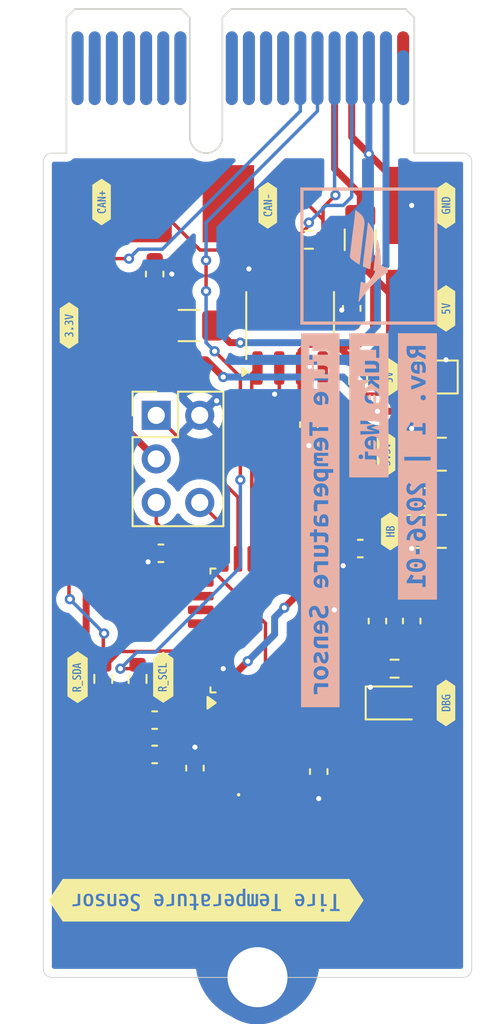
<source format=kicad_pcb>
(kicad_pcb (version 20241229) (generator "pcbnew") (generator_version "9.0")
  (layers (0 "F.Cu" signal) (2 "B.Cu" signal) (13 "F.Paste" user) (15 "B.Paste" user) (5 "F.SilkS" user "F.Silkscreen") (7 "B.SilkS" user "B.Silkscreen") (1 "F.Mask" user) (3 "B.Mask" user) (25 "Edge.Cuts" user))
  (net 0 "")
  (net 1 "GND")
  (net 2 "/Debug LED")
  (net 3 "+3.3V")
  (net 4 "/Heartbeat LED")
  (net 5 "/SWCLK")
  (net 9 "/CAN_TX")
  (net 11 "/SWDIO")
  (net 18 "/NRST")
  (net 19 "Net-(U1-PF0-OSC_IN)")
  (net 21 "/CAN_RX")
  (net 22 "Net-(U1-PF1-OSC_OUT)")
  (net 27 "/CAN_-")
  (net 28 "+5V")
  (net 29 "/CAN_+")
  (net 37 "Net-(D3-A)")
  (net 41 "/I2C1_SCL")
  (net 42 "/I2C1_SDA")
  (net 47 "Net-(D1-A)")
  (net 48 "Net-(D2-A)")
  (net 49 "Net-(J2-5V)")
  (net 50 "Net-(J2-3.3V)")
  (net 66 "Net-(D4-A)")
  (footprint "OEM:TP_Hook_SMD" (layer "F.Cu") (at 103.3 51.9 90)
    (property "Reference" "TP4" (hide yes))
    (property "Value" "TP_SMD")
    (pad "1" smd rect (at 0 0 90) (size 4.5 3) (layers "F.Cu" "F.Mask" "F.Paste") (net 27 "/CAN_-"))
  )
  (footprint "OEM:SOIC-8_3.9x4.9mm_P1.27mm" (layer "F.Cu") (at 106.905 59 90)
    (property "Reference" "U2" (hide yes))
    (property "Value" "MCP2561-E_SN")
    (pad "1" smd roundrect (at -2.475 -1.905 90) (size 1.95 0.6) (layers "F.Cu" "F.Mask" "F.Paste") (net 9 "/CAN_TX"))
    (pad "2" smd roundrect (at -2.475 -0.635 90) (size 1.95 0.6) (layers "F.Cu" "F.Mask" "F.Paste") (net 1 "GND"))
    (pad "3" smd roundrect (at -2.475 0.635 90) (size 1.95 0.6) (layers "F.Cu" "F.Mask" "F.Paste") (net 28 "+5V"))
    (pad "4" smd roundrect (at -2.475 1.905 90) (size 1.95 0.6) (layers "F.Cu" "F.Mask" "F.Paste") (net 21 "/CAN_RX"))
    (pad "5" smd roundrect (at 2.475 1.905 90) (size 1.95 0.6) (layers "F.Cu" "F.Mask" "F.Paste"))
    (pad "6" smd roundrect (at 2.475 0.635 90) (size 1.95 0.6) (layers "F.Cu" "F.Mask" "F.Paste") (net 27 "/CAN_-"))
    (pad "7" smd roundrect (at 2.475 -0.635 90) (size 1.95 0.6) (layers "F.Cu" "F.Mask" "F.Paste") (net 29 "/CAN_+"))
    (pad "8" smd roundrect (at 2.475 -1.905 90) (size 1.95 0.6) (layers "F.Cu" "F.Mask" "F.Paste") (net 1 "GND"))
  )
  (footprint "OEM:C_0603_1608Metric" (layer "F.Cu") (at 99.365 72.2755 180)
    (property "Reference" "C2" (hide yes))
    (property "Value" "C_0.1uF_16V")
    (pad "1" smd roundrect (at -0.775 0 180) (size 0.9 0.95) (layers "F.Cu" "F.Mask" "F.Paste") (net 18 "/NRST"))
    (pad "2" smd roundrect (at 0.775 0 180) (size 0.9 0.95) (layers "F.Cu" "F.Mask" "F.Paste") (net 1 "GND"))
  )
  (footprint "kibuzzard-697E5B74" (layer "F.Cu") (at 116 52 90)
    (property "Reference" "kibuzzard-697E5B74" (hide yes))
    (property "Value" "G***" (hide yes))
  )
  (footprint "OEM:J_PCIe_x1_Key" (layer "F.Cu") (at 113.5 44 180)
    (property "Reference" "J2" (hide yes))
    (property "Value" "J_PCIe_x1")
    (fp_line (start 19.65 2.95) (end 19.15 3.45) (stroke (width 0.1)) (layer "Edge.Cuts"))
    (fp_line (start 19.65 -4.95) (end 19.65 2.95) (stroke (width 0.1)) (layer "Edge.Cuts"))
    (fp_line (start 12.95 3.45) (end 19.15 3.45) (stroke (width 0.1)) (layer "Edge.Cuts"))
    (fp_line (start 12.45 2.95) (end 12.95 3.45) (stroke (width 0.1)) (layer "Edge.Cuts"))
    (fp_line (start 12.45 -4) (end 12.45 2.95) (stroke (width 0.1)) (layer "Edge.Cuts"))
    (fp_line (start 10.55 2.95) (end 10.05 3.45) (stroke (width 0.1)) (layer "Edge.Cuts"))
    (fp_line (start 10.55 -4) (end 10.55 2.95) (stroke (width 0.1)) (layer "Edge.Cuts"))
    (fp_line (start -0.15 3.45) (end 10.05 3.45) (stroke (width 0.1)) (layer "Edge.Cuts"))
    (fp_line (start -0.65 2.95) (end -0.15 3.45) (stroke (width 0.1)) (layer "Edge.Cuts"))
    (fp_line (start -0.65 -4.95) (end -0.65 2.95) (stroke (width 0.1)) (layer "Edge.Cuts"))
    (fp_arc (start 10.55 -4) (mid 11.5 -4.95) (end 12.45 -4) (stroke (width 0.1)) (layer "Edge.Cuts"))
    (pad "A1" connect oval (at 0 -0.55 180) (size 0.7 3.2) (layers "B.Cu" "B.Mask"))
    (pad "A2" connect oval (at 1 0 180) (size 0.7 4.3) (layers "B.Cu" "B.Mask") (net 50 "Net-(J2-3.3V)"))
    (pad "A3" connect oval (at 2 0 180) (size 0.7 4.3) (layers "B.Cu" "B.Mask") (net 1 "GND"))
    (pad "A4" connect oval (at 3 0 180) (size 0.7 4.3) (layers "B.Cu" "B.Mask") (net 29 "/CAN_+"))
    (pad "A5" connect oval (at 4 0 180) (size 0.7 4.3) (layers "B.Cu" "B.Mask") (net 27 "/CAN_-"))
    (pad "A6" connect oval (at 5 0 180) (size 0.7 4.3) (layers "B.Cu" "B.Mask") (net 41 "/I2C1_SCL"))
    (pad "A7" connect oval (at 6 0 180) (size 0.7 4.3) (layers "B.Cu" "B.Mask") (net 42 "/I2C1_SDA"))
    (pad "A8" connect oval (at 7 0 180) (size 0.7 4.3) (layers "B.Cu" "B.Mask"))
    (pad "A9" connect oval (at 8 0 180) (size 0.7 4.3) (layers "B.Cu" "B.Mask"))
    (pad "A10" connect oval (at 9 0 180) (size 0.7 4.3) (layers "B.Cu" "B.Mask"))
    (pad "A11" connect oval (at 10 0 180) (size 0.7 4.3) (layers "B.Cu" "B.Mask"))
    (pad "A12" connect oval (at 13 0 180) (size 0.7 4.3) (layers "B.Cu" "B.Mask"))
    (pad "A13" connect oval (at 14 0 180) (size 0.7 4.3) (layers "B.Cu" "B.Mask"))
    (pad "A14" connect oval (at 15 0 180) (size 0.7 4.3) (layers "B.Cu" "B.Mask"))
    (pad "A15" connect oval (at 16 0 180) (size 0.7 4.3) (layers "B.Cu" "B.Mask"))
    (pad "A16" connect oval (at 17 0 180) (size 0.7 4.3) (layers "B.Cu" "B.Mask"))
    (pad "A17" connect oval (at 18 0 180) (size 0.7 4.3) (layers "B.Cu" "B.Mask"))
    (pad "A18" connect oval (at 19 0 180) (size 0.7 4.3) (layers "B.Cu" "B.Mask"))
    (pad "B1" connect oval (at 0 0 180) (size 0.7 4.3) (layers "F.Cu" "F.Mask"))
    (pad "B2" connect oval (at 1 0 180) (size 0.7 4.3) (layers "F.Cu" "F.Mask"))
    (pad "B3" connect oval (at 2 0 180) (size 0.7 4.3) (layers "F.Cu" "F.Mask"))
    (pad "B4" connect oval (at 3 0 180) (size 0.7 4.3) (layers "F.Cu" "F.Mask") (net 1 "GND"))
    (pad "B5" connect oval (at 4 0 180) (size 0.7 4.3) (layers "F.Cu" "F.Mask") (net 49 "Net-(J2-5V)"))
    (pad "B6" connect oval (at 5 0 180) (size 0.7 4.3) (layers "F.Cu" "F.Mask"))
    (pad "B7" connect oval (at 6 0 180) (size 0.7 4.3) (layers "F.Cu" "F.Mask"))
    (pad "B8" connect oval (at 7 0 180) (size 0.7 4.3) (layers "F.Cu" "F.Mask"))
    (pad "B9" connect oval (at 8 0 180) (size 0.7 4.3) (layers "F.Cu" "F.Mask"))
    (pad "B10" connect oval (at 9 0 180) (size 0.7 4.3) (layers "F.Cu" "F.Mask"))
    (pad "B11" connect oval (at 10 0 180) (size 0.7 4.3) (layers "F.Cu" "F.Mask"))
    (pad "B12" connect oval (at 13 0 180) (size 0.7 4.3) (layers "F.Cu" "F.Mask"))
    (pad "B13" connect oval (at 14 0 180) (size 0.7 4.3) (layers "F.Cu" "F.Mask"))
    (pad "B14" connect oval (at 15 0 180) (size 0.7 4.3) (layers "F.Cu" "F.Mask"))
    (pad "B15" connect oval (at 16 0 180) (size 0.7 4.3) (layers "F.Cu" "F.Mask"))
    (pad "B16" connect oval (at 17 0 180) (size 0.7 4.3) (layers "F.Cu" "F.Mask"))
    (pad "B17" connect oval (at 18 -0.55 180) (size 0.7 3.2) (layers "F.Cu" "F.Mask"))
    (pad "B18" connect oval (at 19 0 180) (size 0.7 4.3) (layers "F.Cu" "F.Mask"))
  )
  (footprint "OEM:Fuse_1206_3216Metric" (layer "F.Cu") (at 111 54 90)
    (property "Reference" "F1" (hide yes))
    (property "Value" "F_500mA_8V")
    (pad "1" smd roundrect (at -1.4 0 90) (size 1.25 1.75) (layers "F.Cu" "F.Mask" "F.Paste") (roundrect_rratio 0.2) (net 28 "+5V"))
    (pad "2" smd roundrect (at 1.4 0 90) (size 1.25 1.75) (layers "F.Cu" "F.Mask" "F.Paste") (roundrect_rratio 0.2) (net 49 "Net-(J2-5V)"))
  )
  (footprint "OEM:J_Programming_Pin_Header_Keyed" (layer "F.Cu") (at 99.09 64.2355)
    (property "Reference" "J3" (hide yes))
    (property "Value" "J_Programming_Pin_Header")
    (pad "1" thru_hole rect (at 0 0) (size 1.7 1.7) (drill 1) (layers "*.Cu" "*.Mask") (net 11 "/SWDIO"))
    (pad "2" thru_hole circle (at 2.54 0) (size 1.7 1.7) (drill 1) (layers "*.Cu" "*.Mask") (net 1 "GND"))
    (pad "3" thru_hole circle (at 0 2.54) (size 1.7 1.7) (drill 1) (layers "*.Cu" "*.Mask") (net 3 "+3.3V"))
    (pad "4" thru_hole circle (at 0 5.08) (size 1.7 1.7) (drill 1) (layers "*.Cu" "*.Mask") (net 18 "/NRST"))
    (pad "5" thru_hole circle (at 2.54 5.08) (size 1.7 1.7) (drill 1) (layers "*.Cu" "*.Mask") (net 5 "/SWCLK"))
  )
  (footprint "OEM:TP_Hook_SMD" (layer "F.Cu") (at 96 59 90)
    (property "Reference" "TP1" (hide yes))
    (property "Value" "TP_SMD")
    (pad "1" smd rect (at 0 0 90) (size 4.5 3) (layers "F.Cu" "F.Mask" "F.Paste") (net 3 "+3.3V"))
  )
  (footprint "OEM:R_0603_1608Metric" (layer "F.Cu") (at 98 79.6005 90)
    (property "Reference" "R1" (hide yes))
    (property "Value" "R_2.2k_0.1W")
    (pad "1" smd roundrect (at -0.825 0 90) (size 0.8 0.95) (layers "F.Cu" "F.Mask" "F.Paste") (net 3 "+3.3V"))
    (pad "2" smd roundrect (at 0.825 0 90) (size 0.8 0.95) (layers "F.Cu" "F.Mask" "F.Paste") (net 41 "/I2C1_SCL"))
  )
  (footprint "kibuzzard-697E5C85" (layer "F.Cu") (at 112.75 71 90)
    (property "Reference" "kibuzzard-697E5C85" (hide yes))
    (property "Value" "G***" (hide yes))
  )
  (footprint "OEM:D_0805_2012Metric" (layer "F.Cu") (at 115 71)
    (property "Reference" "D2" (hide yes))
    (property "Value" "D_Blue_LED")
    (pad "1" smd roundrect (at -0.9375 0) (size 0.975 1.4) (layers "F.Cu" "F.Mask" "F.Paste") (net 1 "GND"))
    (pad "2" smd roundrect (at 0.9375 0) (size 0.975 1.4) (layers "F.Cu" "F.Mask" "F.Paste") (net 48 "Net-(D2-A)"))
  )
  (footprint "OEM:D_0805_2012Metric" (layer "F.Cu") (at 113 81)
    (property "Reference" "D1" (hide yes))
    (property "Value" "D_Blue_LED")
    (pad "1" smd roundrect (at -0.9375 0) (size 0.975 1.4) (layers "F.Cu" "F.Mask" "F.Paste") (net 1 "GND"))
    (pad "2" smd roundrect (at 0.9375 0) (size 0.975 1.4) (layers "F.Cu" "F.Mask" "F.Paste") (net 47 "Net-(D1-A)"))
  )
  (footprint "OEM:D_0805_2012Metric" (layer "F.Cu") (at 115 62 180)
    (property "Reference" "D4" (hide yes))
    (property "Value" "D_Blue_LED")
    (pad "1" smd roundrect (at -0.9375 0 180) (size 0.975 1.4) (layers "F.Cu" "F.Mask" "F.Paste") (net 1 "GND"))
    (pad "2" smd roundrect (at 0.9375 0 180) (size 0.975 1.4) (layers "F.Cu" "F.Mask" "F.Paste") (net 66 "Net-(D4-A)"))
  )
  (footprint "kibuzzard-698147C7" (layer "F.Cu") (at 112.644723 62 90)
    (property "Reference" "kibuzzard-698147C7" (hide yes))
    (property "Value" "G***" (hide yes))
  )
  (footprint "kibuzzard-697E5B13" (layer "F.Cu") (at 94.5 79.5 90)
    (property "Reference" "kibuzzard-697E5B13" (hide yes))
    (property "Value" "G***" (hide yes))
  )
  (footprint "OEM:Fuse_1206_3216Metric" (layer "F.Cu") (at 101 59)
    (property "Reference" "F3" (hide yes))
    (property "Value" "F_500mA_8V")
    (pad "1" smd roundrect (at -1.4 0) (size 1.25 1.75) (layers "F.Cu" "F.Mask" "F.Paste") (roundrect_rratio 0.2) (net 3 "+3.3V"))
    (pad "2" smd roundrect (at 1.4 0) (size 1.25 1.75) (layers "F.Cu" "F.Mask" "F.Paste") (roundrect_rratio 0.2) (net 50 "Net-(J2-3.3V)"))
  )
  (footprint "OEM:R_0603_1608Metric" (layer "F.Cu") (at 113 79)
    (property "Reference" "R5" (hide yes))
    (property "Value" "R_1k")
    (pad "1" smd roundrect (at -0.825 0) (size 0.8 0.95) (layers "F.Cu" "F.Mask" "F.Paste") (net 2 "/Debug LED"))
    (pad "2" smd roundrect (at 0.825 0) (size 0.8 0.95) (layers "F.Cu" "F.Mask" "F.Paste") (net 47 "Net-(D1-A)"))
  )
  (footprint "OEM:R_0603_1608Metric" (layer "F.Cu") (at 115 69)
    (property "Reference" "R4" (hide yes))
    (property "Value" "R_1k")
    (pad "1" smd roundrect (at -0.825 0) (size 0.8 0.95) (layers "F.Cu" "F.Mask" "F.Paste") (net 4 "/Heartbeat LED"))
    (pad "2" smd roundrect (at 0.825 0) (size 0.8 0.95) (layers "F.Cu" "F.Mask" "F.Paste") (net 48 "Net-(D2-A)"))
  )
  (footprint "OEM:C_0603_1608Metric" (layer "F.Cu") (at 112 76.225 -90)
    (property "Reference" "C10" (hide yes))
    (property "Value" "C_10nF_50V")
    (pad "1" smd roundrect (at -0.775 0 270) (size 0.9 0.95) (layers "F.Cu" "F.Mask" "F.Paste") (net 3 "+3.3V"))
    (pad "2" smd roundrect (at 0.775 0 270) (size 0.9 0.95) (layers "F.Cu" "F.Mask" "F.Paste") (net 1 "GND"))
  )
  (footprint "OEM:C_0603_1608Metric" (layer "F.Cu") (at 99 56 90)
    (property "Reference" "C8" (hide yes))
    (property "Value" "C_10uF_10V")
    (pad "1" smd roundrect (at -0.775 0 90) (size 0.9 0.95) (layers "F.Cu" "F.Mask" "F.Paste") (net 3 "+3.3V"))
    (pad "2" smd roundrect (at 0.775 0 90) (size 0.9 0.95) (layers "F.Cu" "F.Mask" "F.Paste") (net 1 "GND"))
  )
  (footprint "OEM:C_0603_1608Metric" (layer "F.Cu") (at 99 84 180)
    (property "Reference" "C1" (hide yes))
    (property "Value" "C_4.7uF_25V")
    (pad "1" smd roundrect (at -0.775 0 180) (size 0.9 0.95) (layers "F.Cu" "F.Mask" "F.Paste") (net 3 "+3.3V"))
    (pad "2" smd roundrect (at 0.775 0 180) (size 0.9 0.95) (layers "F.Cu" "F.Mask" "F.Paste") (net 1 "GND"))
  )
  (footprint "OEM:R_0603_1608Metric" (layer "F.Cu") (at 108 54)
    (property "Reference" "R3" (hide yes))
    (property "Value" "R_120")
    (pad "1" smd roundrect (at -0.825 0) (size 0.8 0.95) (layers "F.Cu" "F.Mask" "F.Paste") (net 29 "/CAN_+"))
    (pad "2" smd roundrect (at 0.825 0) (size 0.8 0.95) (layers "F.Cu" "F.Mask" "F.Paste") (net 27 "/CAN_-"))
  )
  (footprint "OEM:C_0603_1608Metric" (layer "F.Cu") (at 110.5 58 -90)
    (property "Reference" "C9" (hide yes))
    (property "Value" "C_10uF_10V")
    (pad "1" smd roundrect (at -0.775 0 270) (size 0.9 0.95) (layers "F.Cu" "F.Mask" "F.Paste") (net 28 "+5V"))
    (pad "2" smd roundrect (at 0.775 0 270) (size 0.9 0.95) (layers "F.Cu" "F.Mask" "F.Paste") (net 1 "GND"))
  )
  (footprint "kibuzzard-697E730B" (layer "F.Cu") (at 102 92.5 180)
    (property "Reference" "kibuzzard-697E730B" (hide yes))
    (property "Value" "G***" (hide yes))
  )
  (footprint "OEM:C_0603_1608Metric" (layer "F.Cu") (at 108.5745 85 -90)
    (property "Reference" "C3" (hide yes))
    (property "Value" "C_30pF_50V")
    (pad "1" smd roundrect (at -0.775 0 270) (size 0.9 0.95) (layers "F.Cu" "F.Mask" "F.Paste") (net 22 "Net-(U1-PF1-OSC_OUT)"))
    (pad "2" smd roundrect (at 0.775 0 270) (size 0.9 0.95) (layers "F.Cu" "F.Mask" "F.Paste") (net 1 "GND"))
  )
  (footprint "OEM:C_0603_1608Metric" (layer "F.Cu") (at 99 82 180)
    (property "Reference" "C5" (hide yes))
    (property "Value" "C_0.1uF_16V")
    (pad "1" smd roundrect (at -0.775 0 180) (size 0.9 0.95) (layers "F.Cu" "F.Mask" "F.Paste") (net 3 "+3.3V"))
    (pad "2" smd roundrect (at 0.775 0 180) (size 0.9 0.95) (layers "F.Cu" "F.Mask" "F.Paste") (net 1 "GND"))
  )
  (footprint "OEM:TP_Hook_SMD" (layer "F.Cu") (at 98.5 51.9 90)
    (property "Reference" "TP5" (hide yes))
    (property "Value" "TP_SMD")
    (pad "1" smd rect (at 0 0 90) (size 4.5 3) (layers "F.Cu" "F.Mask" "F.Paste") (net 29 "/CAN_+"))
  )
  (footprint "OEM:R_0603_1608Metric" (layer "F.Cu") (at 115.0625 64)
    (property "Reference" "R6" (hide yes))
    (property "Value" "R_1k")
    (pad "1" smd roundrect (at -0.825 0) (size 0.8 0.95) (layers "F.Cu" "F.Mask" "F.Paste") (net 3 "+3.3V"))
    (pad "2" smd roundrect (at 0.825 0) (size 0.8 0.95) (layers "F.Cu" "F.Mask" "F.Paste") (net 37 "Net-(D3-A)"))
  )
  (footprint "OEM:FA238160000MBC0 (X_16MHz_18pF_SMD - FA-238_16.0000MB-C0)" (layer "F.Cu") (at 105 84.5)
    (property "Reference" "Y1" (hide yes))
    (property "Value" "X_16MHz_18pF" (hide yes))
    (pad "1" smd rect (at -1.1 0.8 90) (size 1.2 1.4) (layers "F.Cu" "F.Mask" "F.Paste") (net 19 "Net-(U1-PF0-OSC_IN)"))
    (pad "2" smd rect (at 1.1 0.8 90) (size 1.2 1.4) (layers "F.Cu" "F.Mask" "F.Paste") (net 1 "GND"))
    (pad "3" smd rect (at 1.1 -0.8 90) (size 1.2 1.4) (layers "F.Cu" "F.Mask" "F.Paste") (net 22 "Net-(U1-PF1-OSC_OUT)"))
    (pad "4" smd rect (at -1.1 -0.8 90) (size 1.2 1.4) (layers "F.Cu" "F.Mask" "F.Paste") (net 1 "GND"))
  )
  (footprint "OEM:D_0805_2012Metric" (layer "F.Cu") (at 115 66.5)
    (property "Reference" "D3" (hide yes))
    (property "Value" "D_Blue_LED")
    (pad "1" smd roundrect (at -0.9375 0) (size 0.975 1.4) (layers "F.Cu" "F.Mask" "F.Paste") (net 1 "GND"))
    (pad "2" smd roundrect (at 0.9375 0) (size 0.975 1.4) (layers "F.Cu" "F.Mask" "F.Paste") (net 37 "Net-(D3-A)"))
  )
  (footprint "OEM:TP_Hook_SMD" (layer "F.Cu") (at 114 52 90)
    (property "Reference" "TP2" (hide yes))
    (property "Value" "TP_SMD")
    (pad "1" smd rect (at 0 0 90) (size 4.5 3) (layers "F.Cu" "F.Mask" "F.Paste") (net 1 "GND"))
  )
  (footprint "kibuzzard-697E5B7C" (layer "F.Cu") (at 116 58 90)
    (property "Reference" "kibuzzard-697E5B7C" (hide yes))
    (property "Value" "G***" (hide yes))
  )
  (footprint "kibuzzard-697E5BB9" (layer "F.Cu") (at 116 81 90)
    (property "Reference" "kibuzzard-697E5BB9" (hide yes))
    (property "Value" "G***" (hide yes))
  )
  (footprint "OEM:C_0603_1608Metric" (layer "F.Cu") (at 111 72)
    (property "Reference" "C11" (hide yes))
    (property "Value" "C_0.1uF_16V")
    (pad "1" smd roundrect (at -0.775 0) (size 0.9 0.95) (layers "F.Cu" "F.Mask" "F.Paste") (net 3 "+3.3V"))
    (pad "2" smd roundrect (at 0.775 0) (size 0.9 0.95) (layers "F.Cu" "F.Mask" "F.Paste") (net 1 "GND"))
  )
  (footprint "OEM:C_0603_1608Metric" (layer "F.Cu") (at 108 64.775 -90)
    (property "Reference" "C7" (hide yes))
    (property "Value" "C_0.1uF_16V")
    (pad "1" smd roundrect (at -0.775 0 270) (size 0.9 0.95) (layers "F.Cu" "F.Mask" "F.Paste") (net 28 "+5V"))
    (pad "2" smd roundrect (at 0.775 0 270) (size 0.9 0.95) (layers "F.Cu" "F.Mask" "F.Paste") (net 1 "GND"))
  )
  (footprint "kibuzzard-697E5E44" (layer "F.Cu") (at 95.9 51.8 90)
    (property "Reference" "kibuzzard-697E5E44" (hide yes))
    (property "Value" "G***" (hide yes))
  )
  (footprint "kibuzzard-69814769" (layer "F.Cu") (at 112.5 66.5 90)
    (property "Reference" "kibuzzard-69814769" (hide yes))
    (property "Value" "G***" (hide yes))
  )
  (footprint "OEM:C_0603_1608Metric" (layer "F.Cu") (at 114 76.225 -90)
    (property "Reference" "C4" (hide yes))
    (property "Value" "C_1uF_50V")
    (pad "1" smd roundrect (at -0.775 0 270) (size 0.9 0.95) (layers "F.Cu" "F.Mask" "F.Paste") (net 3 "+3.3V"))
    (pad "2" smd roundrect (at 0.775 0 270) (size 0.9 0.95) (layers "F.Cu" "F.Mask" "F.Paste") (net 1 "GND"))
  )
  (footprint "kibuzzard-697E5B64" (layer "F.Cu") (at 94 59 90)
    (property "Reference" "kibuzzard-697E5B64" (hide yes))
    (property "Value" "G***" (hide yes))
  )
  (footprint "OEM:H_MountingHole" (layer "F.Cu") (at 105 97 180)
    (property "Reference" "H2" (hide yes))
    (property "Value" "H_MountingHole" (hide yes))
    (pad "1" thru_hole circle (at 0 0.016 180) (size 5.499999 5.499999) (drill 3.500001) (layers "*.Cu" "*.Mask") (net 1 "GND"))
    (pad "1" smd circle (at 0 1.016 180) (size 7.249998 7.249998) (layers "B.Cu" "B.Mask") (net 1 "GND"))
  )
  (footprint "OEM:R_0603_1608Metric" (layer "F.Cu") (at 96 79.6005 90)
    (property "Reference" "R2" (hide yes))
    (property "Value" "R_2.2k_0.1W")
    (pad "1" smd roundrect (at -0.825 0 90) (size 0.8 0.95) (layers "F.Cu" "F.Mask" "F.Paste") (net 3 "+3.3V"))
    (pad "2" smd roundrect (at 0.825 0 90) (size 0.8 0.95) (layers "F.Cu" "F.Mask" "F.Paste") (net 42 "/I2C1_SDA"))
  )
  (footprint "OEM:C_0603_1608Metric" (layer "F.Cu") (at 101.35 84.8 90)
    (property "Reference" "C6" (hide yes))
    (property "Value" "C_30pF_50V")
    (pad "1" smd roundrect (at -0.775 0 90) (size 0.9 0.95) (layers "F.Cu" "F.Mask" "F.Paste") (net 19 "Net-(U1-PF0-OSC_IN)"))
    (pad "2" smd roundrect (at 0.775 0 90) (size 0.9 0.95) (layers "F.Cu" "F.Mask" "F.Paste") (net 1 "GND"))
  )
  (footprint "OEM:TP_Hook_SMD" (layer "F.Cu") (at 114 58 90)
    (property "Reference" "TP3" (hide yes))
    (property "Value" "TP_SMD")
    (pad "1" smd rect (at 0 0 90) (size 4.5 3) (layers "F.Cu" "F.Mask" "F.Paste") (net 28 "+5V"))
  )
  (footprint "OEM:R_0603_1608Metric" (layer "F.Cu") (at 110.873586 62.173636 -90)
    (property "Reference" "R7" (hide yes))
    (property "Value" "R_1k")
    (pad "1" smd roundrect (at -0.825 0 270) (size 0.8 0.95) (layers "F.Cu" "F.Mask" "F.Paste") (net 28 "+5V"))
    (pad "2" smd roundrect (at 0.825 0 270) (size 0.8 0.95) (layers "F.Cu" "F.Mask" "F.Paste") (net 66 "Net-(D4-A)"))
  )
  (footprint "kibuzzard-697E5AB9" (layer "F.Cu") (at 105.6 52 90)
    (property "Reference" "kibuzzard-697E5AB9" (hide yes))
    (property "Value" "G***" (hide yes))
  )
  (footprint "kibuzzard-697E5DCC" (layer "F.Cu") (at 99.5 79.5 90)
    (property "Reference" "kibuzzard-697E5DCC" (hide yes))
    (property "Value" "G***" (hide yes))
  )
  (footprint "OEM:LQFP-32_7x7mm_P0.8mm" (layer "F.Cu") (at 105.865 76.7755 90)
    (property "Reference" "U1" (hide yes))
    (property "Value" "STM32G441KBT6")
    (pad "1" smd roundrect (at -4.175 -2.8 90) (size 1.5 0.5) (layers "F.Cu" "F.Mask" "F.Paste") (net 3 "+3.3V"))
    (pad "2" smd roundrect (at -4.175 -2 90) (size 1.5 0.5) (layers "F.Cu" "F.Mask" "F.Paste") (net 19 "Net-(U1-PF0-OSC_IN)"))
    (pad "3" smd roundrect (at -4.175 -1.2 90) (size 1.5 0.5) (layers "F.Cu" "F.Mask" "F.Paste") (net 22 "Net-(U1-PF1-OSC_OUT)"))
    (pad "4" smd roundrect (at -4.175 -0.4 90) (size 1.5 0.5) (layers "F.Cu" "F.Mask" "F.Paste") (net 18 "/NRST"))
    (pad "5" smd roundrect (at -4.175 0.4 90) (size 1.5 0.5) (layers "F.Cu" "F.Mask" "F.Paste"))
    (pad "6" smd roundrect (at -4.175 1.2 90) (size 1.5 0.5) (layers "F.Cu" "F.Mask" "F.Paste"))
    (pad "7" smd roundrect (at -4.175 2 90) (size 1.5 0.5) (layers "F.Cu" "F.Mask" "F.Paste"))
    (pad "8" smd roundrect (at -4.175 2.8 90) (size 1.5 0.5) (layers "F.Cu" "F.Mask" "F.Paste"))
    (pad "9" smd roundrect (at -2.8 4.175 90) (size 0.5 1.5) (layers "F.Cu" "F.Mask" "F.Paste"))
    (pad "10" smd roundrect (at -2 4.175 90) (size 0.5 1.5) (layers "F.Cu" "F.Mask" "F.Paste"))
    (pad "11" smd roundrect (at -1.2 4.175 90) (size 0.5 1.5) (layers "F.Cu" "F.Mask" "F.Paste") (net 2 "/Debug LED"))
    (pad "12" smd roundrect (at -0.4 4.175 90) (size 0.5 1.5) (layers "F.Cu" "F.Mask" "F.Paste"))
    (pad "13" smd roundrect (at 0.4 4.175 90) (size 0.5 1.5) (layers "F.Cu" "F.Mask" "F.Paste"))
    (pad "14" smd roundrect (at 1.2 4.175 90) (size 0.5 1.5) (layers "F.Cu" "F.Mask" "F.Paste") (net 1 "GND"))
    (pad "15" smd roundrect (at 2 4.175 90) (size 0.5 1.5) (layers "F.Cu" "F.Mask" "F.Paste") (net 3 "+3.3V"))
    (pad "16" smd roundrect (at 2.8 4.175 90) (size 0.5 1.5) (layers "F.Cu" "F.Mask" "F.Paste") (net 1 "GND"))
    (pad "17" smd roundrect (at 4.175 2.8 90) (size 1.5 0.5) (layers "F.Cu" "F.Mask" "F.Paste") (net 3 "+3.3V"))
    (pad "18" smd roundrect (at 4.175 2 90) (size 1.5 0.5) (layers "F.Cu" "F.Mask" "F.Paste") (net 4 "/Heartbeat LED"))
    (pad "19" smd roundrect (at 4.175 1.2 90) (size 1.5 0.5) (layers "F.Cu" "F.Mask" "F.Paste"))
    (pad "20" smd roundrect (at 4.175 0.4 90) (size 1.5 0.5) (layers "F.Cu" "F.Mask" "F.Paste"))
    (pad "21" smd roundrect (at 4.175 -0.4 90) (size 1.5 0.5) (layers "F.Cu" "F.Mask" "F.Paste") (net 21 "/CAN_RX"))
    (pad "22" smd roundrect (at 4.175 -1.2 90) (size 1.5 0.5) (layers "F.Cu" "F.Mask" "F.Paste") (net 9 "/CAN_TX"))
    (pad "23" smd roundrect (at 4.175 -2 90) (size 1.5 0.5) (layers "F.Cu" "F.Mask" "F.Paste") (net 11 "/SWDIO"))
    (pad "24" smd roundrect (at 4.175 -2.8 90) (size 1.5 0.5) (layers "F.Cu" "F.Mask" "F.Paste") (net 5 "/SWCLK"))
    (pad "25" smd roundrect (at 2.8 -4.175 90) (size 0.5 1.5) (layers "F.Cu" "F.Mask" "F.Paste"))
    (pad "26" smd roundrect (at 2 -4.175 90) (size 0.5 1.5) (layers "F.Cu" "F.Mask" "F.Paste"))
    (pad "27" smd roundrect (at 1.2 -4.175 90) (size 0.5 1.5) (layers "F.Cu" "F.Mask" "F.Paste"))
    (pad "28" smd roundrect (at 0.4 -4.175 90) (size 0.5 1.5) (layers "F.Cu" "F.Mask" "F.Paste"))
    (pad "29" smd roundrect (at -0.4 -4.175 90) (size 0.5 1.5) (layers "F.Cu" "F.Mask" "F.Paste"))
    (pad "30" smd roundrect (at -1.2 -4.175 90) (size 0.5 1.5) (layers "F.Cu" "F.Mask" "F.Paste") (net 42 "/I2C1_SDA"))
    (pad "31" smd roundrect (at -2 -4.175 90) (size 0.5 1.5) (layers "F.Cu" "F.Mask" "F.Paste") (net 41 "/I2C1_SCL"))
    (pad "32" smd roundrect (at -2.8 -4.175 90) (size 0.5 1.5) (layers "F.Cu" "F.Mask" "F.Paste") (net 1 "GND"))
  )
  (footprint "OEM:OEM_Logo_8mm" (layer "B.Cu") (at 111.5 54.95 -90)
    (property "Reference" "REF**" (hide yes))
    (property "Value" "OEM_Logo_8mm")
  )
  (footprint "kibuzzard-6980A3A7" (layer "B.Cu") (at 108.665 70.3499 -90)
    (property "Reference" "kibuzzard-6980A3A7" (hide yes))
    (property "Value" "G***" (hide yes))
  )
  (footprint "kibuzzard-6980A425" (layer "B.Cu") (at 111.5 63.65215 -90)
    (property "Reference" "kibuzzard-6980A425" (hide yes))
    (property "Value" "G***" (hide yes))
  )
  (footprint "kibuzzard-6980A498" (layer "B.Cu") (at 114.335 67.21427 -90)
    (property "Reference" "kibuzzard-6980A498" (hide yes))
    (property "Value" "G***" (hide yes))
  )
  (gr_arc (start 93 97) (mid 92.646447 96.853553) (end 92.5 96.5) (stroke (width 0.05)) (layer "Edge.Cuts"))
  (gr_line (start 117.5 96.5) (end 117.5 58.5) (stroke (width 0.05)) (layer "Edge.Cuts"))
  (gr_line (start 93 97) (end 117 97) (stroke (width 0.05)) (layer "Edge.Cuts"))
  (gr_arc (start 117.5 96.5) (mid 117.353553 96.853553) (end 117 97) (stroke (width 0.05)) (layer "Edge.Cuts"))
  (gr_line (start 92.5 49.45) (end 92.5 96.5) (stroke (width 0.05)) (layer "Edge.Cuts"))
  (gr_line (start 93.85 48.95) (end 93 48.95) (stroke (width 0.05)) (layer "Edge.Cuts"))
  (gr_line (start 117.5 49.45) (end 117.5 58.5) (stroke (width 0.05)) (layer "Edge.Cuts"))
  (gr_arc (start 117 48.95) (mid 117.353553 49.096447) (end 117.5 49.45) (stroke (width 0.05)) (layer "Edge.Cuts"))
  (gr_arc (start 92.5 49.45) (mid 92.646447 49.096447) (end 93 48.95) (stroke (width 0.05)) (layer "Edge.Cuts"))
  (gr_line (start 114.15 48.95) (end 117 48.95) (stroke (width 0.05)) (layer "Edge.Cuts"))
  (segment (start 111.738 80.6755) (end 111.738 80.238) (width 0.2) (layer "F.Cu") (net 1))
  (segment (start 114 51.5) (end 112.5 50) (width 0.4064) (layer "F.Cu") (net 1))
  (segment (start 105 56.2) (end 104.5 55.7) (width 0.2) (layer "F.Cu") (net 1))
  (segment (start 110.595918 75.5755) (end 110.04 75.5755) (width 0.2) (layer "F.Cu") (net 1))
  (segment (start 108.5745 85.775) (end 108.5745 86.575) (width 0.2) (layer "F.Cu") (net 1))
  (segment (start 110.04 73.04) (end 110 73) (width 0.2) (layer "F.Cu") (net 1))
  (segment (start 110.5 58.775) (end 110.5 58.596058) (width 0.4064) (layer "F.Cu") (net 1))
  (segment (start 109.91852 58.08148) (end 109.91852 58.098542) (width 0.4064) (layer "F.Cu") (net 1))
  (segment (start 114 65) (end 114.0625 65.0625) (width 0.2) (layer "F.Cu") (net 1))
  (segment (start 114 52) (end 114 51.5) (width 0.4064) (layer "F.Cu") (net 1))
  (segment (start 102.4245 79.5755) (end 103 79) (width 0.2) (layer "F.Cu") (net 1))
  (segment (start 115.9375 61.0625) (end 116 61) (width 0.2) (layer "F.Cu") (net 1))
  (segment (start 100 55.45) (end 99.775 55.225) (width 0.2) (layer "F.Cu") (net 1))
  (segment (start 101.69 79.5755) (end 102.4245 79.5755) (width 0.2) (layer "F.Cu") (net 1))
  (segment (start 108.0995 85.3) (end 108.5745 85.775) (width 0.2) (layer "F.Cu") (net 1))
  (segment (start 114.325 71.188) (end 114.4375 71.3005) (width 0.2) (layer "F.Cu") (net 1))
  (segment (start 106.27 62.73) (end 106 63) (width 0.2) (layer "F.Cu") (net 1))
  (segment (start 114 77) (end 112 77) (width 0.2) (layer "F.Cu") (net 1))
  (segment (start 112 77) (end 112 76.979582) (width 0.2) (layer "F.Cu") (net 1))
  (segment (start 102.615 63.385) (end 102.4805 63.385) (width 0.2) (layer "F.Cu") (net 1))
  (segment (start 99 55.225) (end 99 55) (width 0.2) (layer "F.Cu") (net 1))
  (segment (start 98.59 72.2755) (end 98.59 72.7505) (width 0.2) (layer "F.Cu") (net 1))
  (segment (start 114.0625 71) (end 114.0625 71.9375) (width 0.2) (layer "F.Cu") (net 1))
  (segment (start 110.5 48) (end 110.5 44) (width 0.4064) (layer "F.Cu") (net 1))
  (segment (start 114.0625 65.0625) (end 114.0625 66.5) (width 0.2) (layer "F.Cu") (net 1))
  (segment (start 98.59 72.7505) (end 98.615 72.7755) (width 0.2) (layer "F.Cu") (net 1))
  (segment (start 110.5 48) (end 111.5 49) (width 0.4064) (layer "F.Cu") (net 1))
  (segment (start 110.04 75.5755) (end 109.484082 75.5755) (width 0.2) (layer "F.Cu") (net 1))
  (segment (start 101.69 79.5755) (end 100.6495 79.5755) (width 0.2) (layer "F.Cu") (net 1))
  (segment (start 106.27 61.475) (end 106.27 62.73) (width 0.2) (layer "F.Cu") (net 1))
  (segment (start 110.04 73.9755) (end 110.04 73.04) (width 0.2) (layer "F.Cu") (net 1))
  (segment (start 110.725 59) (end 110.775 59) (width 0.2) (layer "F.Cu") (net 1))
  (segment (start 100 56) (end 100 55.45) (width 0.2) (layer "F.Cu") (net 1))
  (segment (start 105 56.525) (end 105 56.2) (width 0.2) (layer "F.Cu") (net 1))
  (segment (start 112.75 53.75) (end 112.75 53) (width 0.4064) (layer "F.Cu") (net 1))
  (segment (start 110.04 73.9755) (end 111.775 72.2405) (width 0.2) (layer "F.Cu") (net 1))
  (segment (start 109.951971 58.048029) (end 109.91852 58.08148) (width 0.4064) (layer "F.Cu") (net 1))
  (segment (start 106.1 85.3) (end 108.0995 85.3) (width 0.2) (layer "F.Cu") (net 1))
  (segment (start 115.9375 62) (end 115.9375 61.0625) (width 0.2) (layer "F.Cu") (net 1))
  (segment (start 111.775 72.2405) (end 111.775 72) (width 0.2) (layer "F.Cu") (net 1))
  (segment (start 114.0625 71.9375) (end 114 72) (width 0.2) (layer "F.Cu") (net 1))
  (segment (start 101.675 83.7) (end 101.35 84.025) (width 0.2) (layer "F.Cu") (net 1))
  (segment (start 110.5 58.596058) (end 109.951971 58.048029) (width 0.2) (layer "F.Cu") (net 1))
  (segment (start 99.775 55.225) (end 99 55.225) (width 0.2) (layer "F.Cu") (net 1))
  (segment (start 111.5 49) (end 112.5 50) (width 0.4064) (layer "F.Cu") (net 1))
  (segment (start 108 65.55) (end 108 66) (width 0.2) (layer "F.Cu") (net 1))
  (segment (start 100.6495 79.5755) (end 98.225 82) (width 0.2) (layer "F.Cu") (net 1))
  (segment (start 112.75 53) (end 112.75 52.25) (width 0.4064) (layer "F.Cu") (net 1))
  (segment (start 112 76.979582) (end 110.595918 75.5755) (width 0.2) (layer "F.Cu") (net 1))
  (segment (start 112.0625 81) (end 111.738 80.6755) (width 0.2) (layer "F.Cu") (net 1))
  (segment (start 103.9 83.7) (end 101.675 83.7) (width 0.2) (layer "F.Cu") (net 1))
  (segment (start 102.4805 63.385) (end 101.63 64.2355) (width 0.2) (layer "F.Cu") (net 1))
  (segment (start 111.738 80.238) (end 111.585942 80.085942) (width 0.2) (layer "F.Cu") (net 1))
  (segment (start 98.225 84) (end 98.225 82) (width 0.2) (layer "F.Cu") (net 1))
  (via (at 110 73) (size 0.6) (drill 0.3) (layers "F.Cu" "B.Cu") (net 1))
  (via (at 104.5 55.7) (size 0.6) (drill 0.3) (layers "F.Cu" "B.Cu") (net 1))
  (via (at 114 65) (size 0.6) (drill 0.3) (layers "F.Cu" "B.Cu") (net 1))
  (via (at 102.615 63.385) (size 0.6) (drill 0.3) (layers "F.Cu" "B.Cu") (net 1))
  (via (at 114 52) (size 0.6) (drill 0.3) (layers "F.Cu" "B.Cu") (net 1))
  (via (at 116 61) (size 0.6) (drill 0.3) (layers "F.Cu" "B.Cu") (net 1))
  (via (at 98.615 72.7755) (size 0.6) (drill 0.3) (layers "F.Cu" "B.Cu") (net 1))
  (via (at 108 66) (size 0.6) (drill 0.3) (layers "F.Cu" "B.Cu") (net 1))
  (via (at 111.5 49) (size 0.6) (drill 0.3) (layers "F.Cu" "B.Cu") (net 1))
  (via (at 100 56) (size 0.6) (drill 0.3) (layers "F.Cu" "B.Cu") (net 1))
  (via (at 103 79) (size 0.6) (drill 0.3) (layers "F.Cu" "B.Cu") (net 1))
  (via (at 114 72) (size 0.6) (drill 0.3) (layers "F.Cu" "B.Cu") (net 1))
  (via (at 109.91852 58.098542) (size 0.6) (drill 0.3) (layers "F.Cu" "B.Cu") (net 1))
  (via (at 108.5745 86.575) (size 0.6) (drill 0.3) (layers "F.Cu" "B.Cu") (net 1))
  (via (at 111.585942 80.085942) (size 0.6) (drill 0.3) (layers "F.Cu" "B.Cu") (net 1))
  (via (at 109.484082 75.5755) (size 0.6) (drill 0.3) (layers "F.Cu" "B.Cu") (net 1))
  (via (at 101.35 83.575) (size 0.6) (drill 0.3) (layers "F.Cu" "B.Cu") (net 1))
  (via (at 106 63) (size 0.6) (drill 0.3) (layers "F.Cu" "B.Cu") (net 1))
  (segment (start 111.5 44) (end 111.5 49) (width 0.4064) (layer "B.Cu") (net 1))
  (segment (start 111.6505 77.9755) (end 112.175 78.5) (width 0.2) (layer "F.Cu") (net 2))
  (segment (start 110.04 77.9755) (end 111.6505 77.9755) (width 0.2) (layer "F.Cu") (net 2))
  (segment (start 112.175 78.5) (end 112.175 79) (width 0.2) (layer "F.Cu") (net 2))
  (segment (start 104.4325 78.5675) (end 103.065 79.935) (width 0.4064) (layer "F.Cu") (net 3))
  (segment (start 98 61) (end 96 59) (width 0.4064) (layer "F.Cu") (net 3))
  (segment (start 97 63) (end 98.5 61.5) (width 0.4064) (layer "F.Cu") (net 3))
  (segment (start 98 59) (end 98 61) (width 0.4064) (layer "F.Cu") (net 3))
  (segment (start 99 61) (end 102 61) (width 0.4064) (layer "F.Cu") (net 3))
  (segment (start 98 61) (end 98.5 61.5) (width 0.4064) (layer "F.Cu") (net 3))
  (segment (start 102.0155 82) (end 103.065 80.9505) (width 0.4064) (layer "F.Cu") (net 3))
  (segment (start 112 75.45) (end 111.3255 74.7755) (width 0.4064) (layer "F.Cu") (net 3))
  (segment (start 112 64) (end 114.2375 64) (width 0.4064) (layer "F.Cu") (net 3))
  (segment (start 115 82) (end 115 76.45) (width 0.4064) (layer "F.Cu") (net 3))
  (segment (start 101 88) (end 111.248886 88) (width 0.4064) (layer "F.Cu") (net 3))
  (segment (start 100 88) (end 101 88) (width 0.4064) (layer "F.Cu") (net 3))
  (segment (start 103.065 79.935) (end 103.065 80.9505) (width 0.4064) (layer "F.Cu") (net 3))
  (segment (start 111.3255 74.7755) (end 110.04 74.7755) (width 0.4064) (layer "F.Cu") (net 3))
  (segment (start 95 68.2395) (end 95 79.4255) (width 0.4064) (layer "F.Cu") (net 3))
  (segment (start 109.2655 72) (end 108.665 72.6005) (width 0.4064) (layer "F.Cu") (net 3))
  (segment (start 108.665 73.350499) (end 108.665 72.6005) (width 0.4064) (layer "F.Cu") (net 3))
  (segment (start 99 88) (end 100 88) (width 0.4064) (layer "F.Cu") (net 3))
  (segment (start 110.045 74.7705) (end 110.04 74.7755) (width 0.4064) (layer "F.Cu") (net 3))
  (segment (start 95 79.4255) (end 96 80.4255) (width 0.4064) (layer "F.Cu") (net 3))
  (segment (start 99.6 59) (end 98 59) (width 0.4064) (layer "F.Cu") (net 3))
  (segment (start 115 76.45) (end 114 75.45) (width 0.4064) (layer "F.Cu") (net 3))
  (segment (start 107.00775 75.00775) (end 108.665 73.350499) (width 0.4064) (layer "F.Cu") (net 3))
  (segment (start 106.565 75.450499) (end 107.00775 75.00775) (width 0.4064) (layer "F.Cu") (net 3))
  (segment (start 97 64.6855) (end 97 66.2395) (width 0.4064) (layer "F.Cu") (net 3))
  (segment (start 97 64.6855) (end 97 63) (width 0.4064) (layer "F.Cu") (net 3))
  (segment (start 99.775 82) (end 99.775 84) (width 0.4064) (layer "F.Cu") (net 3))
  (segment (start 99.775 82) (end 102.0155 82) (width 0.4064) (layer "F.Cu") (net 3))
  (segment (start 99.775 86.775) (end 101 88) (width 0.4064) (layer "F.Cu") (net 3))
  (segment (start 111.248886 88) (end 112.995801 86.253085) (width 0.4064) (layer "F.Cu") (net 3))
  (segment (start 99.09 66.7755) (end 97 64.6855) (width 0.4064) (layer "F.Cu") (net 3))
  (segment (start 99.775 84) (end 99.775 86.775) (width 0.4064) (layer "F.Cu") (net 3))
  (segment (start 97 66.2395) (end 95 68.2395) (width 0.4064) (layer "F.Cu") (net 3))
  (segment (start 112.995801 84.004199) (end 115 82) (width 0.4064) (layer "F.Cu") (net 3))
  (segment (start 96 85) (end 99 88) (width 0.4064) (layer "F.Cu") (net 3))
  (segment (start 114 75.45) (end 112 75.45) (width 0.4064) (layer "F.Cu") (net 3))
  (segment (start 99 58) (end 98 59) (width 0.4064) (layer "F.Cu") (net 3))
  (segment (start 99 61) (end 98.5 61.5) (width 0.4064) (layer "F.Cu") (net 3))
  (segment (start 102 61) (end 103 62) (width 0.4064) (layer "F.Cu") (net 3))
  (segment (start 112.995801 86.253085) (end 112.995801 84.004199) (width 0.4064) (layer "F.Cu") (net 3))
  (segment (start 110.225 72) (end 109.2655 72) (width 0.4064) (layer "F.Cu") (net 3))
  (segment (start 96 80.4255) (end 98 80.4255) (width 0.4064) (layer "F.Cu") (net 3))
  (segment (start 96 80.4255) (end 96 85) (width 0.4064) (layer "F.Cu") (net 3))
  (segment (start 99 56.775) (end 99 58) (width 0.4064) (layer "F.Cu") (net 3))
  (via (at 103 62) (size 0.6) (drill 0.3) (layers "F.Cu" "B.Cu") (net 3))
  (via (at 104.4325 78.5675) (size 0.6) (drill 0.3) (layers "F.Cu" "B.Cu") (net 3))
  (via (at 106.565 75.450499) (size 0.6) (drill 0.3) (layers "F.Cu" "B.Cu") (net 3))
  (via (at 112 64) (size 0.6) (drill 0.3) (layers "F.Cu" "B.Cu") (net 3))
  (segment (start 106 76.015499) (end 106 77) (width 0.4064) (layer "B.Cu") (net 3))
  (segment (start 106 77) (end 104.4325 78.5675) (width 0.4064) (layer "B.Cu") (net 3))
  (segment (start 110 62) (end 103 62) (width 0.4064) (layer "B.Cu") (net 3))
  (segment (start 112 64) (end 110 62) (width 0.4064) (layer "B.Cu") (net 3))
  (segment (start 106.565 75.450499) (end 106 76.015499) (width 0.4064) (layer "B.Cu") (net 3))
  (segment (start 107.865 72.6005) (end 107.865 72.044582) (width 0.2) (layer "F.Cu") (net 4))
  (segment (start 110.909582 69) (end 114.175 69) (width 0.2) (layer "F.Cu") (net 4))
  (segment (start 107.865 72.044582) (end 110.909582 69) (width 0.2) (layer "F.Cu") (net 4))
  (segment (start 103.065 70.7505) (end 103.065 72.6005) (width 0.2) (layer "F.Cu") (net 5))
  (segment (start 101.63 69.3155) (end 103.065 70.7505) (width 0.2) (layer "F.Cu") (net 5))
  (segment (start 104.665 61.81) (end 104.665 72.6005) (width 0.2) (layer "F.Cu") (net 9))
  (segment (start 105 61.475) (end 104.665 61.81) (width 0.2) (layer "F.Cu") (net 9))
  (segment (start 103.865 69.0105) (end 103.865 72.6005) (width 0.2) (layer "F.Cu") (net 11))
  (segment (start 99.09 64.2355) (end 103.865 69.0105) (width 0.2) (layer "F.Cu") (net 11))
  (segment (start 105.465 80.9505) (end 105.465 76.356418) (width 0.2) (layer "F.Cu") (net 18))
  (segment (start 101.384082 72.2755) (end 100.14 72.2755) (width 0.2) (layer "F.Cu") (net 18))
  (segment (start 105.465 76.356418) (end 101.384082 72.2755) (width 0.2) (layer "F.Cu") (net 18))
  (segment (start 99.09 70.5005) (end 99.09 69.3155) (width 0.2) (layer "F.Cu") (net 18))
  (segment (start 100.14 72.2755) (end 100.14 71.5505) (width 0.2) (layer "F.Cu") (net 18))
  (segment (start 100.14 71.5505) (end 99.09 70.5005) (width 0.2) (layer "F.Cu") (net 18))
  (segment (start 103.9 85.3) (end 104.8 85.3) (width 0.2) (layer "F.Cu") (net 19))
  (segment (start 103.625 85.575) (end 103.9 85.3) (width 0.2) (layer "F.Cu") (net 19))
  (segment (start 101.35 85.575) (end 103.625 85.575) (width 0.2) (layer "F.Cu") (net 19))
  (segment (start 105 85.1) (end 105 82.641418) (width 0.2) (layer "F.Cu") (net 19))
  (segment (start 104.8 85.3) (end 105 85.1) (width 0.2) (layer "F.Cu") (net 19))
  (segment (start 105 82.641418) (end 103.865 81.506418) (width 0.2) (layer "F.Cu") (net 19))
  (segment (start 103.865 81.506418) (end 103.865 80.9505) (width 0.2) (layer "F.Cu") (net 19))
  (segment (start 108.81 68.699582) (end 105.465 72.044582) (width 0.2) (layer "F.Cu") (net 21))
  (segment (start 108.81 61.475) (end 108.81 68.699582) (width 0.2) (layer "F.Cu") (net 21))
  (segment (start 105.465 72.044582) (end 105.465 72.6005) (width 0.2) (layer "F.Cu") (net 21))
  (segment (start 104.665 81.665) (end 104.665 80.9505) (width 0.2) (layer "F.Cu") (net 22))
  (segment (start 106.1 83.1) (end 104.665 81.665) (width 0.2) (layer "F.Cu") (net 22))
  (segment (start 106.625 84.225) (end 106.1 83.7) (width 0.2) (layer "F.Cu") (net 22))
  (segment (start 106.1 83.7) (end 106.1 83.1) (width 0.2) (layer "F.Cu") (net 22))
  (segment (start 108.5745 84.225) (end 106.625 84.225) (width 0.2) (layer "F.Cu") (net 22))
  (segment (start 108.825 54) (end 107.54 55.285) (width 0.2) (layer "F.Cu") (net 27))
  (segment (start 108.825 54) (end 108.825 52.825) (width 0.2) (layer "F.Cu") (net 27))
  (segment (start 109.551473 51.4) (end 108.825 52.126473) (width 0.2) (layer "F.Cu") (net 27))
  (segment (start 108.825 52.126473) (end 108.825 54) (width 0.2) (layer "F.Cu") (net 27))
  (segment (start 107.54 55.285) (end 107.54 56.525) (width 0.2) (layer "F.Cu") (net 27))
  (segment (start 108.825 52.825) (end 107.9 51.9) (width 0.2) (layer "F.Cu") (net 27))
  (segment (start 107.9 51.9) (end 103.3 51.9) (width 0.2) (layer "F.Cu") (net 27))
  (via (at 109.551473 51.4) (size 0.6) (drill 0.3) (layers "F.Cu" "B.Cu") (net 27))
  (segment (start 109.5 51) (end 109.5 44) (width 0.2) (layer "B.Cu") (net 27))
  (segment (start 109.5 51) (end 109.5 51.348527) (width 0.2) (layer "B.Cu") (net 27))
  (segment (start 109.5 51.348527) (end 109.551473 51.4) (width 0.2) (layer "B.Cu") (net 27))
  (segment (start 111.776 56.176) (end 113.6 58) (width 0.4064) (layer "F.Cu") (net 28))
  (segment (start 109.914362 60.0958) (end 109.914362 60.389412) (width 0.4064) (layer "F.Cu") (net 28))
  (segment (start 109.914362 60.389412) (end 110.873586 61.348636) (width 0.4064) (layer "F.Cu") (net 28))
  (segment (start 113.6 58) (end 114 58) (width 0.4064) (layer "F.Cu") (net 28))
  (segment (start 111 56.725) (end 110.5 57.225) (width 0.4064) (layer "F.Cu") (net 28))
  (segment (start 107.944201 60.0958) (end 107.54 60.500001) (width 0.4064) (layer "F.Cu") (net 28))
  (segment (start 110.424 60.199) (end 110.017562 60.199) (width 0.4064) (layer "F.Cu") (net 28))
  (segment (start 110.80111 60.199) (end 110.424 60.199) (width 0.4064) (layer "F.Cu") (net 28))
  (segment (start 111.776 59.22411) (end 110.80111 60.199) (width 0.4064) (layer "F.Cu") (net 28))
  (segment (start 110.017562 60.199) (end 109.914362 60.0958) (width 0.4064) (layer "F.Cu") (net 28))
  (segment (start 107.54 63.54) (end 108 64) (width 0.4064) (layer "F.Cu") (net 28))
  (segment (start 107.54 60.500001) (end 107.54 61.475) (width 0.4064) (layer "F.Cu") (net 28))
  (segment (start 111.776 56.176) (end 111.776 59.22411) (width 0.4064) (layer "F.Cu") (net 28))
  (segment (start 111 55.4) (end 111 56.725) (width 0.4064) (layer "F.Cu") (net 28))
  (segment (start 111 55.4) (end 111.776 56.176) (width 0.4064) (layer "F.Cu") (net 28))
  (segment (start 109.914362 60.0958) (end 107.944201 60.0958) (width 0.4064) (layer "F.Cu") (net 28))
  (segment (start 107.54 61.475) (end 107.54 63.54) (width 0.4064) (layer "F.Cu") (net 28))
  (segment (start 98.948 51.9) (end 101.648 54.6) (width 0.2) (layer "F.Cu") (net 29))
  (segment (start 105.1 54.6) (end 101.648 54.6) (width 0.2) (layer "F.Cu") (net 29))
  (segment (start 98.5 51.9) (end 98.948 51.9) (width 0.2) (layer "F.Cu") (net 29))
  (segment (start 107.175 54) (end 106.27 54.905) (width 0.2) (layer "F.Cu") (net 29))
  (segment (start 108 53) (end 108 53.175) (width 0.2) (layer "F.Cu") (net 29))
  (segment (start 107.175 54) (end 105.7 54) (width 0.2) (layer "F.Cu") (net 29))
  (segment (start 105.7 54) (end 105.1 54.6) (width 0.2) (layer "F.Cu") (net 29))
  (segment (start 106.27 54.905) (end 106.27 56.525) (width 0.2) (layer "F.Cu") (net 29))
  (segment (start 108 53.175) (end 107.175 54) (width 0.2) (layer "F.Cu") (net 29))
  (via (at 108 53) (size 0.6) (drill 0.3) (layers "F.Cu" "B.Cu") (net 29))
  (segment (start 110.5 51.5) (end 110.5 44) (width 0.2) (layer "B.Cu") (net 29))
  (segment (start 109 52) (end 110 52) (width 0.2) (layer "B.Cu") (net 29))
  (segment (start 108 53) (end 109 52) (width 0.2) (layer "B.Cu") (net 29))
  (segment (start 110 52) (end 110.5 51.5) (width 0.2) (layer "B.Cu") (net 29))
  (segment (start 115.825 64.0625) (end 115.825 66.3875) (width 0.2) (layer "F.Cu") (net 37))
  (segment (start 102.5 60.5) (end 104 62) (width 0.2) (layer "F.Cu") (net 41))
  (segment (start 101.69 78.7755) (end 98 78.7755) (width 0.2) (layer "F.Cu") (net 41))
  (segment (start 102 55.2) (end 102 57) (width 0.2) (layer "F.Cu") (net 41))
  (segment (start 104 62) (end 104 68) (width 0.2) (layer "F.Cu") (net 41))
  (segment (start 97.7755 79) (end 98 78.7755) (width 0.2) (layer "F.Cu") (net 41))
  (segment (start 97 79) (end 97.7755 79) (width 0.2) (layer "F.Cu") (net 41))
  (via (at 102 55.2) (size 0.6) (drill 0.3) (layers "F.Cu" "B.Cu") (net 41))
  (via (at 104 68) (size 0.6) (drill 0.3) (layers "F.Cu" "B.Cu") (net 41))
  (via (at 102.5 60.5) (size 0.6) (drill 0.3) (layers "F.Cu" "B.Cu") (net 41))
  (via (at 102 57) (size 0.6) (drill 0.3) (layers "F.Cu" "B.Cu") (net 41))
  (via (at 97 79) (size 0.6) (drill 0.3) (layers "F.Cu" "B.Cu") (net 41))
  (segment (start 102 55.2) (end 102 53) (width 0.2) (layer "B.Cu") (net 41))
  (segment (start 98.735088 78.040412) (end 99.040412 78.040412) (width 0.2) (layer "B.Cu") (net 41))
  (segment (start 98.735088 78.040412) (end 97.959588 78.040412) (width 0.2) (layer "B.Cu") (net 41))
  (segment (start 99.040412 78.040412) (end 104 73.080823) (width 0.2) (layer "B.Cu") (net 41))
  (segment (start 104 73.080823) (end 104 68) (width 0.2) (layer "B.Cu") (net 41))
  (segment (start 102 53) (end 108.5 46.5) (width 0.2) (layer "B.Cu") (net 41))
  (segment (start 108.5 46.5) (end 108.5 44) (width 0.2) (layer "B.Cu") (net 41))
  (segment (start 102 60) (end 102 57) (width 0.2) (layer "B.Cu") (net 41))
  (segment (start 102.5 60.5) (end 102 60) (width 0.2) (layer "B.Cu") (net 41))
  (segment (start 97.959588 78.040412) (end 97 79) (width 0.2) (layer "B.Cu") (net 41))
  (segment (start 96.2245 78.7755) (end 96 78.7755) (width 0.2) (layer "F.Cu") (net 42))
  (segment (start 96 77) (end 96.05 76.95) (width 0.2) (layer "F.Cu") (net 42))
  (segment (start 101.69 77.9755) (end 99.165 77.9755) (width 0.2) (layer "F.Cu") (net 42))
  (segment (start 99.165 77.9755) (end 99.1405 78) (width 0.2) (layer "F.Cu") (net 42))
  (segment (start 94 56) (end 94 74.9) (width 0.2) (layer "F.Cu") (net 42))
  (segment (start 94 74.9) (end 94.05 74.95) (width 0.2) (layer "F.Cu") (net 42))
  (segment (start 94.9 55.1) (end 94 56) (width 0.2) (layer "F.Cu") (net 42))
  (segment (start 96 78.7755) (end 96 77) (width 0.2) (layer "F.Cu") (net 42))
  (segment (start 97 78) (end 96.2245 78.7755) (width 0.2) (layer "F.Cu") (net 42))
  (segment (start 99.1405 78) (end 97 78) (width 0.2) (layer "F.Cu") (net 42))
  (segment (start 97.5 55.1) (end 94.9 55.1) (width 0.2) (layer "F.Cu") (net 42))
  (via (at 94.05 74.95) (size 0.6) (drill 0.3) (layers "F.Cu" "B.Cu") (net 42))
  (via (at 96.05 76.95) (size 0.6) (drill 0.3) (layers "F.Cu" "B.Cu") (net 42))
  (via (at 97.5 55.1) (size 0.6) (drill 0.3) (layers "F.Cu" "B.Cu") (net 42))
  (segment (start 97.5 55.1) (end 98.049 54.551) (width 0.2) (layer "B.Cu") (net 42))
  (segment (start 107.5 46.5) (end 107.5 44) (width 0.2) (layer "B.Cu") (net 42))
  (segment (start 98.049 54.551) (end 99.449 54.551) (width 0.2) (layer "B.Cu") (net 42))
  (segment (start 96.05 76.95) (end 94.05 74.95) (width 0.2) (layer "B.Cu") (net 42))
  (segment (start 99.449 54.551) (end 107.5 46.5) (width 0.2) (layer "B.Cu") (net 42))
  (segment (start 113.825 79) (end 113.825 80.8875) (width 0.2) (layer "F.Cu") (net 47))
  (segment (start 115.9375 71) (end 115.9375 69.1125) (width 0.2) (layer "F.Cu") (net 48))
  (segment (start 115.9375 69.1125) (end 115.825 69) (width 0.2) (layer "F.Cu") (net 48))
  (segment (start 111 51.358994) (end 111 52.6) (width 0.4064) (layer "F.Cu") (net 49))
  (segment (start 109.5 49.858994) (end 111 51.358994) (width 0.4064) (layer "F.Cu") (net 49))
  (segment (start 109.5 44) (end 109.5 49.858994) (width 0.4064) (layer "F.Cu") (net 49))
  (segment (start 104 60) (end 103.4 60) (width 0.4064) (layer "F.Cu") (net 50))
  (segment (start 103.4 60) (end 102.4 59) (width 0.4064) (layer "F.Cu") (net 50))
  (via (at 104 60) (size 0.6) (drill 0.3) (layers "F.Cu" "B.Cu") (net 50))
  (segment (start 112 56) (end 112 59) (width 0.4064) (layer "B.Cu") (net 50))
  (segment (start 112.5 44) (end 112.5 55.5) (width 0.4064) (layer "B.Cu") (net 50))
  (segment (start 111 60) (end 104 60) (width 0.4064) (layer "B.Cu") (net 50))
  (segment (start 112.5 55.5) (end 112 56) (width 0.4064) (layer "B.Cu") (net 50))
  (segment (start 112 59) (end 111 60) (width 0.4064) (layer "B.Cu") (net 50))
  (segment (start 110.873586 62.998636) (end 113.063864 62.998636) (width 0.2) (layer "F.Cu") (net 66))
  (segment (start 113.063864 62.998636) (end 114.0625 62) (width 0.2) (layer "F.Cu") (net 66))
  (zone (net 1) (net_name "GND") (layer "B.Cu") (connect_pads (clearance 0.5)) (min_thickness 0.25) (fill yes (thermal_gap 0.5) (thermal_bridge_width 0.5))
    (polygon (pts (xy 117.5 49.25) (xy 92.5 49.25) (xy 92.5 97) (xy 117.5 97)))
  )
)
</source>
